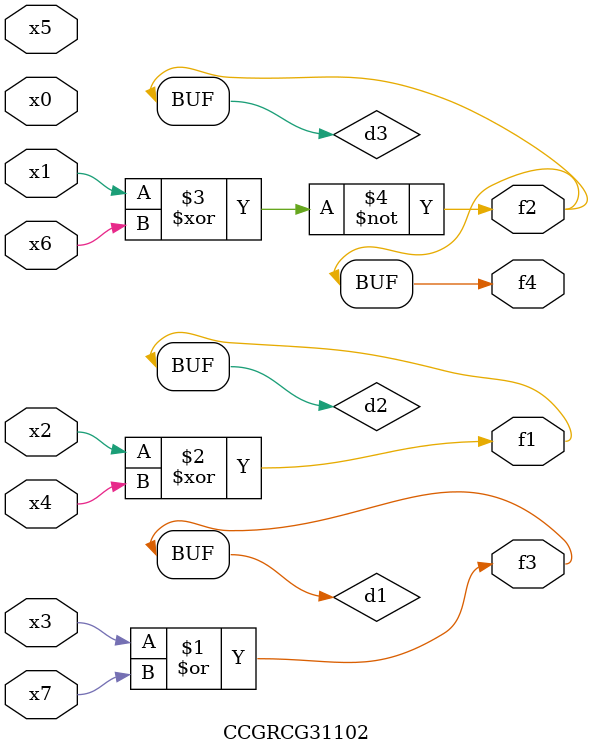
<source format=v>
module CCGRCG31102(
	input x0, x1, x2, x3, x4, x5, x6, x7,
	output f1, f2, f3, f4
);

	wire d1, d2, d3;

	or (d1, x3, x7);
	xor (d2, x2, x4);
	xnor (d3, x1, x6);
	assign f1 = d2;
	assign f2 = d3;
	assign f3 = d1;
	assign f4 = d3;
endmodule

</source>
